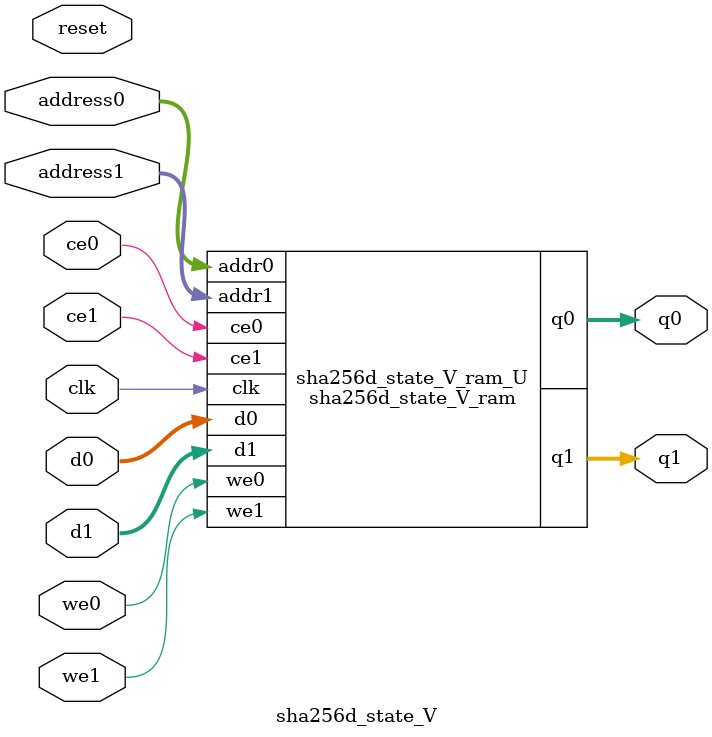
<source format=v>
`timescale 1 ns / 1 ps
module sha256d_state_V_ram (addr0, ce0, d0, we0, q0, addr1, ce1, d1, we1, q1,  clk);

parameter DWIDTH = 32;
parameter AWIDTH = 3;
parameter MEM_SIZE = 8;

input[AWIDTH-1:0] addr0;
input ce0;
input[DWIDTH-1:0] d0;
input we0;
output reg[DWIDTH-1:0] q0;
input[AWIDTH-1:0] addr1;
input ce1;
input[DWIDTH-1:0] d1;
input we1;
output reg[DWIDTH-1:0] q1;
input clk;

(* ram_style = "block" *)reg [DWIDTH-1:0] ram[0:MEM_SIZE-1];




always @(posedge clk)  
begin 
    if (ce0) begin
        if (we0) 
            ram[addr0] <= d0; 
        q0 <= ram[addr0];
    end
end


always @(posedge clk)  
begin 
    if (ce1) begin
        if (we1) 
            ram[addr1] <= d1; 
        q1 <= ram[addr1];
    end
end


endmodule

`timescale 1 ns / 1 ps
module sha256d_state_V(
    reset,
    clk,
    address0,
    ce0,
    we0,
    d0,
    q0,
    address1,
    ce1,
    we1,
    d1,
    q1);

parameter DataWidth = 32'd32;
parameter AddressRange = 32'd8;
parameter AddressWidth = 32'd3;
input reset;
input clk;
input[AddressWidth - 1:0] address0;
input ce0;
input we0;
input[DataWidth - 1:0] d0;
output[DataWidth - 1:0] q0;
input[AddressWidth - 1:0] address1;
input ce1;
input we1;
input[DataWidth - 1:0] d1;
output[DataWidth - 1:0] q1;



sha256d_state_V_ram sha256d_state_V_ram_U(
    .clk( clk ),
    .addr0( address0 ),
    .ce0( ce0 ),
    .we0( we0 ),
    .d0( d0 ),
    .q0( q0 ),
    .addr1( address1 ),
    .ce1( ce1 ),
    .we1( we1 ),
    .d1( d1 ),
    .q1( q1 ));

endmodule


</source>
